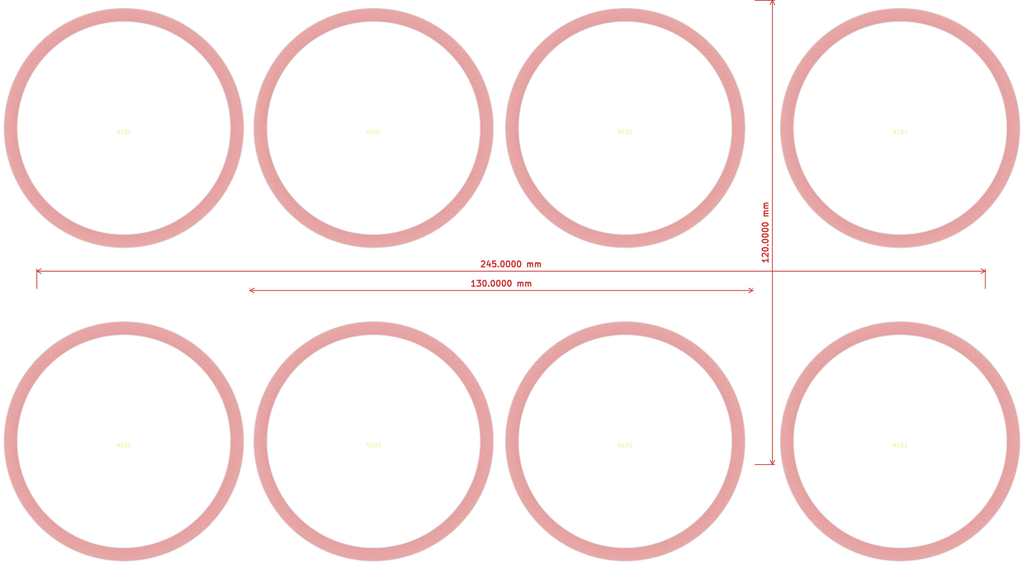
<source format=kicad_pcb>
(kicad_pcb (version 20211014) (generator pcbnew)
  (layers (0 "F.Cu" signal) (31 "B.Cu" signal) (34 "B.Paste" user) (35 "F.Paste" user) (36 "B.SilkS" user "B.Silkscreen") (37 "F.SilkS" user "F.Silkscreen") (38 "B.Mask" user) (39 "F.Mask" user) (44 "Edge.Cuts" user))
  (net 0 "")
  (footprint "encoder-wheel:code_wheel" (layer "F.Cu") (at 248 48)
    (fp_text reference "N101")
    (fp_text value "Housing")
  )
  (footprint "encoder-wheel:code_wheel" (layer "F.Cu") (at 248 129)
    (fp_text reference "N101")
    (fp_text value "Housing")
  )
  (footprint "encoder-wheel:code_wheel" (layer "F.Cu") (at 177 48)
    (fp_text reference "N101")
    (fp_text value "Housing")
  )
  (footprint "encoder-wheel:code_wheel" (layer "F.Cu") (at 47.5 129)
    (fp_text reference "N101")
    (fp_text value "Housing")
  )
  (footprint "encoder-wheel:code_wheel" (layer "F.Cu") (at 112 129)
    (fp_text reference "N101")
    (fp_text value "Housing")
  )
  (footprint "encoder-wheel:code_wheel" (layer "F.Cu") (at 112 48)
    (fp_text reference "N101")
    (fp_text value "Housing")
  )
  (footprint "encoder-wheel:code_wheel" (layer "F.Cu") (at 177 129)
    (fp_text reference "N101")
    (fp_text value "Housing")
  )
  (footprint "encoder-wheel:code_wheel" (layer "F.Cu") (at 47.5 48)
    (fp_text reference "N101")
    (fp_text value "Housing")
  )
  (gr_circle (center 177 129) (end 208 129) (layer "Edge.Cuts") (width 0.1) (fill none))
  (gr_circle (center 112 48) (end 143 48) (layer "Edge.Cuts") (width 0.1) (fill none))
  (gr_circle (center 112 129) (end 143 129) (layer "Edge.Cuts") (width 0.1) (fill none))
  (gr_circle (center 112 48) (end 139.5 48) (layer "Edge.Cuts") (width 0.1) (fill none))
  (gr_circle (center 47.5 48) (end 75 48) (layer "Edge.Cuts") (width 0.1) (fill none))
  (gr_circle (center 177 48) (end 204.5 48) (layer "Edge.Cuts") (width 0.1) (fill none))
  (gr_circle (center 248 129) (end 275.5 129) (layer "Edge.Cuts") (width 0.1) (fill none))
  (gr_circle (center 47.5 129) (end 78.5 129) (layer "Edge.Cuts") (width 0.1) (fill none))
  (gr_circle (center 47.5 129) (end 75 129) (layer "Edge.Cuts") (width 0.1) (fill none))
  (gr_circle (center 47.5 48) (end 78.5 48) (layer "Edge.Cuts") (width 0.1) (fill none))
  (gr_circle (center 177 48) (end 208 48) (layer "Edge.Cuts") (width 0.1) (fill none))
  (gr_circle (center 248 48) (end 275.5 48) (layer "Edge.Cuts") (width 0.1) (fill none))
  (gr_circle (center 112 129) (end 139.5 129) (layer "Edge.Cuts") (width 0.1) (fill none))
  (gr_circle (center 248 129) (end 279 129) (layer "Edge.Cuts") (width 0.1) (fill none))
  (gr_circle (center 248 48) (end 279 48) (layer "Edge.Cuts") (width 0.1) (fill none))
  (gr_circle (center 177 129) (end 204.5 129) (layer "Edge.Cuts") (width 0.1) (fill none))
  (dimension (type aligned) (layer "F.Cu") (pts (xy 80 90) (xy 210 90)) (height 0) (gr_text "130,0000 mm" (at 145 88.2) (layer "F.Cu") (effects (font (size 1.5 1.5) (thickness 0.3)))) (format (units 3) (units_format 1) (precision 4)) (style (thickness 0.2) (arrow_length 1.27) (text_position_mode 0) (extension_height 0.58642) (extension_offset 0.5) keep_text_aligned))
  (dimension (type aligned) (layer "F.Cu") (pts (xy 210 15) (xy 210 135)) (height -4.999999) (gr_text "120,0000 mm" (at 213.199999 75 90) (layer "F.Cu") (effects (font (size 1.5 1.5) (thickness 0.3)))) (format (units 3) (units_format 1) (precision 4)) (style (thickness 0.2) (arrow_length 1.27) (text_position_mode 0) (extension_height 0.58642) (extension_offset 0.5) keep_text_aligned))
  (dimension (type aligned) (layer "F.Cu") (pts (xy 25 90) (xy 270 90)) (height -5) (gr_text "245,0000 mm" (at 147.5 83.2) (layer "F.Cu") (effects (font (size 1.5 1.5) (thickness 0.3)))) (format (units 3) (units_format 1) (precision 4)) (style (thickness 0.2) (arrow_length 1.27) (text_position_mode 0) (extension_height 0.58642) (extension_offset 0.5) keep_text_aligned))
)
</source>
